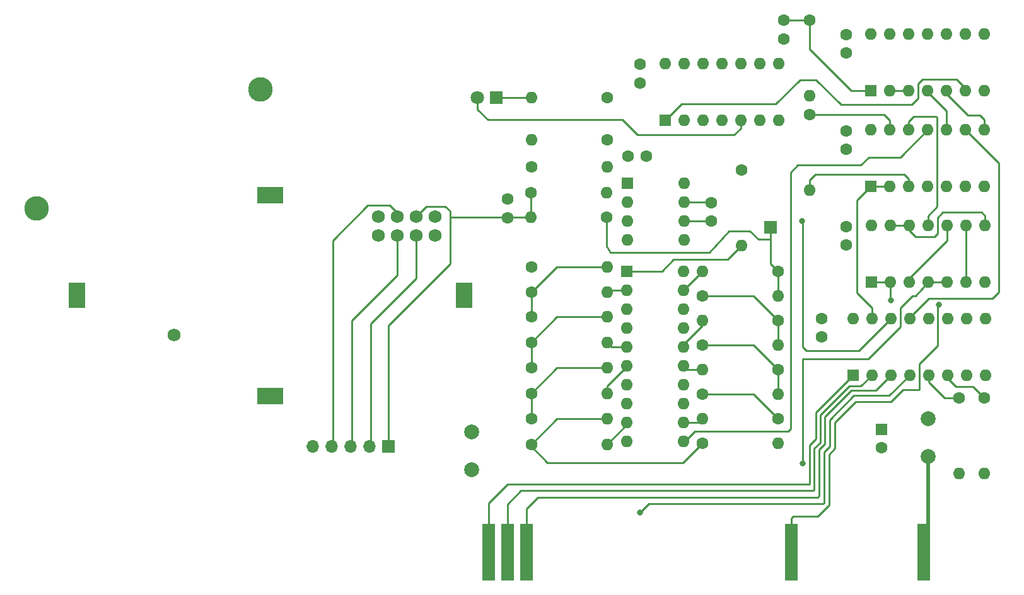
<source format=gtl>
G04 #@! TF.GenerationSoftware,KiCad,Pcbnew,5.0.2-bee76a0~70~ubuntu18.04.1*
G04 #@! TF.CreationDate,2019-01-09T00:27:28-05:00*
G04 #@! TF.ProjectId,hvboard,6876626f-6172-4642-9e6b-696361645f70,1*
G04 #@! TF.SameCoordinates,Original*
G04 #@! TF.FileFunction,Copper,L1,Top*
G04 #@! TF.FilePolarity,Positive*
%FSLAX46Y46*%
G04 Gerber Fmt 4.6, Leading zero omitted, Abs format (unit mm)*
G04 Created by KiCad (PCBNEW 5.0.2-bee76a0~70~ubuntu18.04.1) date Wed 09 Jan 2019 12:27:28 AM EST*
%MOMM*%
%LPD*%
G01*
G04 APERTURE LIST*
G04 #@! TA.AperFunction,ComponentPad*
%ADD10R,1.800000X1.800000*%
G04 #@! TD*
G04 #@! TA.AperFunction,ComponentPad*
%ADD11C,1.800000*%
G04 #@! TD*
G04 #@! TA.AperFunction,ComponentPad*
%ADD12C,2.000000*%
G04 #@! TD*
G04 #@! TA.AperFunction,ComponentPad*
%ADD13C,1.727200*%
G04 #@! TD*
G04 #@! TA.AperFunction,ComponentPad*
%ADD14C,1.727000*%
G04 #@! TD*
G04 #@! TA.AperFunction,ComponentPad*
%ADD15C,2.200000*%
G04 #@! TD*
G04 #@! TA.AperFunction,Conductor*
%ADD16C,0.100000*%
G04 #@! TD*
G04 #@! TA.AperFunction,ComponentPad*
%ADD17R,2.200000X3.500000*%
G04 #@! TD*
G04 #@! TA.AperFunction,ComponentPad*
%ADD18R,1.600000X1.600000*%
G04 #@! TD*
G04 #@! TA.AperFunction,ComponentPad*
%ADD19O,1.600000X1.600000*%
G04 #@! TD*
G04 #@! TA.AperFunction,ConnectorPad*
%ADD20R,1.778000X7.620000*%
G04 #@! TD*
G04 #@! TA.AperFunction,ComponentPad*
%ADD21R,1.700000X1.700000*%
G04 #@! TD*
G04 #@! TA.AperFunction,ComponentPad*
%ADD22C,3.302000*%
G04 #@! TD*
G04 #@! TA.AperFunction,ComponentPad*
%ADD23O,1.700000X1.700000*%
G04 #@! TD*
G04 #@! TA.AperFunction,ComponentPad*
%ADD24C,1.600000*%
G04 #@! TD*
G04 #@! TA.AperFunction,ViaPad*
%ADD25C,0.800000*%
G04 #@! TD*
G04 #@! TA.AperFunction,Conductor*
%ADD26C,0.250000*%
G04 #@! TD*
G04 #@! TA.AperFunction,Conductor*
%ADD27C,0.508000*%
G04 #@! TD*
G04 APERTURE END LIST*
D10*
G04 #@! TO.P,D101,1*
G04 #@! TO.N,Net-(D101-Pad1)*
X140360400Y-74676000D03*
D11*
G04 #@! TO.P,D101,2*
G04 #@! TO.N,Net-(D101-Pad2)*
X137820400Y-74676000D03*
G04 #@! TD*
D12*
G04 #@! TO.P,F101,1*
G04 #@! TO.N,+5V*
X198310500Y-117856000D03*
G04 #@! TO.P,F101,2*
G04 #@! TO.N,Net-(BUS101-Pad25)*
X198300500Y-122936000D03*
G04 #@! TD*
D13*
G04 #@! TO.P,U107,2*
G04 #@! TO.N,N/C*
X132080000Y-90678000D03*
D14*
G04 #@! TO.P,U107,4*
G04 #@! TO.N,Net-(C108-Pad2)*
X129540000Y-90678000D03*
G04 #@! TO.P,U107,6*
G04 #@! TO.N,Net-(J103-Pad4)*
X127000000Y-90678000D03*
D13*
G04 #@! TO.P,U107,8*
G04 #@! TO.N,GND*
X124460000Y-90678000D03*
D14*
G04 #@! TO.P,U107,1*
G04 #@! TO.N,Net-(D101-Pad2)*
X132080000Y-93218000D03*
G04 #@! TO.P,U107,3*
G04 #@! TO.N,Net-(J103-Pad2)*
X129540000Y-93218000D03*
G04 #@! TO.P,U107,5*
G04 #@! TO.N,Net-(J103-Pad3)*
X127000000Y-93218000D03*
G04 #@! TO.P,U107,7*
G04 #@! TO.N,+12V*
X124460000Y-93218000D03*
G04 #@! TO.P,U107,9*
G04 #@! TO.N,Net-(J102-Pad1)*
X97090000Y-106618000D03*
D15*
G04 #@! TO.P,U107,S4*
G04 #@! TO.N,GND*
X109980000Y-87778000D03*
D16*
G04 #@! TD*
G04 #@! TO.N,GND*
G04 #@! TO.C,U107*
G36*
X111730000Y-86678000D02*
X111730000Y-88878000D01*
X108230000Y-88878000D01*
X108230000Y-86678000D01*
X111730000Y-86678000D01*
X111730000Y-86678000D01*
G37*
D15*
G04 #@! TO.P,U107,S3*
G04 #@! TO.N,GND*
X109980000Y-114778000D03*
D16*
G04 #@! TD*
G04 #@! TO.N,GND*
G04 #@! TO.C,U107*
G36*
X111730000Y-113678000D02*
X111730000Y-115878000D01*
X108230000Y-115878000D01*
X108230000Y-113678000D01*
X111730000Y-113678000D01*
X111730000Y-113678000D01*
G37*
D17*
G04 #@! TO.P,U107,S2*
G04 #@! TO.N,GND*
X135980000Y-101278000D03*
G04 #@! TO.P,U107,S1*
X83980000Y-101278000D03*
G04 #@! TD*
D12*
G04 #@! TO.P,F103,1*
G04 #@! TO.N,+12V*
X137033000Y-119634000D03*
G04 #@! TO.P,F103,2*
G04 #@! TO.N,Net-(BUS101-Pad50)*
X137023000Y-124714000D03*
G04 #@! TD*
D18*
G04 #@! TO.P,U106,1*
G04 #@! TO.N,Net-(R125-Pad2)*
X157861000Y-98044000D03*
D19*
G04 #@! TO.P,U106,11*
G04 #@! TO.N,Net-(U105-Pad11)*
X165481000Y-120904000D03*
G04 #@! TO.P,U106,2*
G04 #@! TO.N,Net-(R101-Pad2)*
X157861000Y-100584000D03*
G04 #@! TO.P,U106,12*
G04 #@! TO.N,Net-(R110-Pad2)*
X165481000Y-118364000D03*
G04 #@! TO.P,U106,3*
G04 #@! TO.N,/D0*
X157861000Y-103124000D03*
G04 #@! TO.P,U106,13*
G04 #@! TO.N,/D4*
X165481000Y-115824000D03*
G04 #@! TO.P,U106,4*
G04 #@! TO.N,/D1*
X157861000Y-105664000D03*
G04 #@! TO.P,U106,14*
G04 #@! TO.N,/D5*
X165481000Y-113284000D03*
G04 #@! TO.P,U106,5*
G04 #@! TO.N,Net-(R104-Pad2)*
X157861000Y-108204000D03*
G04 #@! TO.P,U106,15*
G04 #@! TO.N,Net-(R112-Pad2)*
X165481000Y-110744000D03*
G04 #@! TO.P,U106,6*
G04 #@! TO.N,Net-(R106-Pad2)*
X157861000Y-110744000D03*
G04 #@! TO.P,U106,16*
G04 #@! TO.N,Net-(R114-Pad2)*
X165481000Y-108204000D03*
G04 #@! TO.P,U106,7*
G04 #@! TO.N,/D2*
X157861000Y-113284000D03*
G04 #@! TO.P,U106,17*
G04 #@! TO.N,/D6*
X165481000Y-105664000D03*
G04 #@! TO.P,U106,8*
G04 #@! TO.N,/D3*
X157861000Y-115824000D03*
G04 #@! TO.P,U106,18*
G04 #@! TO.N,/D7*
X165481000Y-103124000D03*
G04 #@! TO.P,U106,9*
G04 #@! TO.N,Net-(R108-Pad2)*
X157861000Y-118364000D03*
G04 #@! TO.P,U106,19*
G04 #@! TO.N,Net-(R117-Pad2)*
X165481000Y-100584000D03*
G04 #@! TO.P,U106,10*
G04 #@! TO.N,GND*
X157861000Y-120904000D03*
G04 #@! TO.P,U106,20*
G04 #@! TO.N,Net-(C104-Pad2)*
X165481000Y-98044000D03*
G04 #@! TD*
D18*
G04 #@! TO.P,U108,1*
G04 #@! TO.N,Net-(BUS101-Pad2)*
X188214000Y-112014000D03*
D19*
G04 #@! TO.P,U108,9*
G04 #@! TO.N,N/C*
X205994000Y-104394000D03*
G04 #@! TO.P,U108,2*
G04 #@! TO.N,Net-(BUS101-Pad3)*
X190754000Y-112014000D03*
G04 #@! TO.P,U108,10*
G04 #@! TO.N,N/C*
X203454000Y-104394000D03*
G04 #@! TO.P,U108,3*
G04 #@! TO.N,Net-(BUS101-Pad4)*
X193294000Y-112014000D03*
G04 #@! TO.P,U108,11*
G04 #@! TO.N,N/C*
X200914000Y-104394000D03*
G04 #@! TO.P,U108,4*
G04 #@! TO.N,Net-(BUS101-Pad41)*
X195834000Y-112014000D03*
G04 #@! TO.P,U108,12*
G04 #@! TO.N,N/C*
X198374000Y-104394000D03*
G04 #@! TO.P,U108,5*
G04 #@! TO.N,Net-(R121-Pad1)*
X198374000Y-112014000D03*
G04 #@! TO.P,U108,13*
G04 #@! TO.N,Net-(U105-Pad9)*
X195834000Y-104394000D03*
G04 #@! TO.P,U108,6*
G04 #@! TO.N,Net-(R120-Pad1)*
X200914000Y-112014000D03*
G04 #@! TO.P,U108,14*
G04 #@! TO.N,Net-(U103-Pad4)*
X193294000Y-104394000D03*
G04 #@! TO.P,U108,7*
G04 #@! TO.N,N/C*
X203454000Y-112014000D03*
G04 #@! TO.P,U108,15*
G04 #@! TO.N,Net-(U105-Pad1)*
X190754000Y-104394000D03*
G04 #@! TO.P,U108,8*
G04 #@! TO.N,GND*
X205994000Y-112014000D03*
G04 #@! TO.P,U108,16*
G04 #@! TO.N,+5V*
X188214000Y-104394000D03*
G04 #@! TD*
D20*
G04 #@! TO.P,BUS101,2*
G04 #@! TO.N,Net-(BUS101-Pad2)*
X139268200Y-135839200D03*
G04 #@! TO.P,BUS101,3*
G04 #@! TO.N,Net-(BUS101-Pad3)*
X141808200Y-135839200D03*
G04 #@! TO.P,BUS101,4*
G04 #@! TO.N,Net-(BUS101-Pad4)*
X144348200Y-135839200D03*
G04 #@! TO.P,BUS101,18*
G04 #@! TO.N,Net-(BUS101-Pad18)*
X179908200Y-135839200D03*
G04 #@! TO.P,BUS101,25*
G04 #@! TO.N,Net-(BUS101-Pad25)*
X197688200Y-135839200D03*
G04 #@! TD*
D21*
G04 #@! TO.P,J101,1*
G04 #@! TO.N,Net-(J101-Pad1)*
X177190400Y-92151200D03*
G04 #@! TD*
D22*
G04 #@! TO.P,J102,1*
G04 #@! TO.N,Net-(J102-Pad1)*
X108613000Y-73533000D03*
G04 #@! TO.P,J102,2*
G04 #@! TO.N,GND*
X78613000Y-89533000D03*
G04 #@! TD*
D21*
G04 #@! TO.P,J103,1*
G04 #@! TO.N,Net-(C108-Pad2)*
X125857000Y-121539000D03*
D23*
G04 #@! TO.P,J103,2*
G04 #@! TO.N,Net-(J103-Pad2)*
X123317000Y-121539000D03*
G04 #@! TO.P,J103,3*
G04 #@! TO.N,Net-(J103-Pad3)*
X120777000Y-121539000D03*
G04 #@! TO.P,J103,4*
G04 #@! TO.N,Net-(J103-Pad4)*
X118237000Y-121539000D03*
G04 #@! TO.P,J103,5*
G04 #@! TO.N,GND*
X115697000Y-121539000D03*
G04 #@! TD*
D18*
G04 #@! TO.P,C102,1*
G04 #@! TO.N,+5V*
X192024000Y-119253000D03*
D24*
G04 #@! TO.P,C102,2*
G04 #@! TO.N,GND*
X192024000Y-121753000D03*
G04 #@! TD*
G04 #@! TO.P,C101,2*
G04 #@! TO.N,Net-(C101-Pad2)*
X169164000Y-88787600D03*
G04 #@! TO.P,C101,1*
G04 #@! TO.N,Net-(C101-Pad1)*
X169164000Y-91287600D03*
G04 #@! TD*
G04 #@! TO.P,C103,1*
G04 #@! TO.N,GND*
X187299600Y-68681600D03*
G04 #@! TO.P,C103,2*
G04 #@! TO.N,+5V*
X187299600Y-66181600D03*
G04 #@! TD*
G04 #@! TO.P,C104,1*
G04 #@! TO.N,GND*
X160477200Y-82550000D03*
G04 #@! TO.P,C104,2*
G04 #@! TO.N,Net-(C104-Pad2)*
X157977200Y-82550000D03*
G04 #@! TD*
G04 #@! TO.P,C105,2*
G04 #@! TO.N,+5V*
X159664400Y-70194800D03*
G04 #@! TO.P,C105,1*
G04 #@! TO.N,GND*
X159664400Y-72694800D03*
G04 #@! TD*
G04 #@! TO.P,C106,1*
G04 #@! TO.N,GND*
X187350400Y-94488000D03*
G04 #@! TO.P,C106,2*
G04 #@! TO.N,+5V*
X187350400Y-91988000D03*
G04 #@! TD*
G04 #@! TO.P,C107,1*
G04 #@! TO.N,GND*
X187299600Y-81635600D03*
G04 #@! TO.P,C107,2*
G04 #@! TO.N,+5V*
X187299600Y-79135600D03*
G04 #@! TD*
G04 #@! TO.P,C108,2*
G04 #@! TO.N,Net-(C108-Pad2)*
X141833600Y-90841200D03*
G04 #@! TO.P,C108,1*
G04 #@! TO.N,GND*
X141833600Y-88341200D03*
G04 #@! TD*
G04 #@! TO.P,C109,1*
G04 #@! TO.N,GND*
X184023000Y-106870500D03*
G04 #@! TO.P,C109,2*
G04 #@! TO.N,+5V*
X184023000Y-104370500D03*
G04 #@! TD*
G04 #@! TO.P,C110,2*
G04 #@! TO.N,GND*
X178943000Y-66762000D03*
G04 #@! TO.P,C110,1*
G04 #@! TO.N,Net-(C110-Pad1)*
X178943000Y-64262000D03*
G04 #@! TD*
D19*
G04 #@! TO.P,R101,2*
G04 #@! TO.N,Net-(R101-Pad2)*
X155194000Y-100838000D03*
D24*
G04 #@! TO.P,R101,1*
G04 #@! TO.N,Net-(R101-Pad1)*
X145034000Y-100838000D03*
G04 #@! TD*
G04 #@! TO.P,R102,1*
G04 #@! TO.N,GND*
X145034000Y-97409000D03*
D19*
G04 #@! TO.P,R102,2*
G04 #@! TO.N,Net-(R101-Pad1)*
X155194000Y-97409000D03*
G04 #@! TD*
G04 #@! TO.P,R103,2*
G04 #@! TO.N,Net-(R103-Pad2)*
X155194000Y-104140000D03*
D24*
G04 #@! TO.P,R103,1*
G04 #@! TO.N,Net-(R101-Pad1)*
X145034000Y-104140000D03*
G04 #@! TD*
D19*
G04 #@! TO.P,R104,2*
G04 #@! TO.N,Net-(R104-Pad2)*
X155194000Y-107569000D03*
D24*
G04 #@! TO.P,R104,1*
G04 #@! TO.N,Net-(R103-Pad2)*
X145034000Y-107569000D03*
G04 #@! TD*
G04 #@! TO.P,R105,1*
G04 #@! TO.N,Net-(R103-Pad2)*
X145034000Y-110998000D03*
D19*
G04 #@! TO.P,R105,2*
G04 #@! TO.N,Net-(R105-Pad2)*
X155194000Y-110998000D03*
G04 #@! TD*
D24*
G04 #@! TO.P,R106,1*
G04 #@! TO.N,Net-(R105-Pad2)*
X145034000Y-114427000D03*
D19*
G04 #@! TO.P,R106,2*
G04 #@! TO.N,Net-(R106-Pad2)*
X155194000Y-114427000D03*
G04 #@! TD*
D24*
G04 #@! TO.P,R107,1*
G04 #@! TO.N,Net-(R105-Pad2)*
X145034000Y-117856000D03*
D19*
G04 #@! TO.P,R107,2*
G04 #@! TO.N,Net-(R107-Pad2)*
X155194000Y-117856000D03*
G04 #@! TD*
G04 #@! TO.P,R108,2*
G04 #@! TO.N,Net-(R108-Pad2)*
X155194000Y-121285000D03*
D24*
G04 #@! TO.P,R108,1*
G04 #@! TO.N,Net-(R107-Pad2)*
X145034000Y-121285000D03*
G04 #@! TD*
G04 #@! TO.P,R109,1*
G04 #@! TO.N,Net-(R107-Pad2)*
X168021000Y-121158000D03*
D19*
G04 #@! TO.P,R109,2*
G04 #@! TO.N,Net-(R109-Pad2)*
X178181000Y-121158000D03*
G04 #@! TD*
D24*
G04 #@! TO.P,R110,1*
G04 #@! TO.N,Net-(R109-Pad2)*
X178181000Y-117856000D03*
D19*
G04 #@! TO.P,R110,2*
G04 #@! TO.N,Net-(R110-Pad2)*
X168021000Y-117856000D03*
G04 #@! TD*
G04 #@! TO.P,R111,2*
G04 #@! TO.N,Net-(R111-Pad2)*
X178181000Y-114554000D03*
D24*
G04 #@! TO.P,R111,1*
G04 #@! TO.N,Net-(R109-Pad2)*
X168021000Y-114554000D03*
G04 #@! TD*
D19*
G04 #@! TO.P,R112,2*
G04 #@! TO.N,Net-(R112-Pad2)*
X168021000Y-111252000D03*
D24*
G04 #@! TO.P,R112,1*
G04 #@! TO.N,Net-(R111-Pad2)*
X178181000Y-111252000D03*
G04 #@! TD*
G04 #@! TO.P,R113,1*
G04 #@! TO.N,Net-(R111-Pad2)*
X168021000Y-107950000D03*
D19*
G04 #@! TO.P,R113,2*
G04 #@! TO.N,Net-(R113-Pad2)*
X178181000Y-107950000D03*
G04 #@! TD*
D24*
G04 #@! TO.P,R114,1*
G04 #@! TO.N,Net-(R113-Pad2)*
X178181000Y-104648000D03*
D19*
G04 #@! TO.P,R114,2*
G04 #@! TO.N,Net-(R114-Pad2)*
X168021000Y-104648000D03*
G04 #@! TD*
G04 #@! TO.P,R115,2*
G04 #@! TO.N,Net-(J101-Pad1)*
X178181000Y-101346000D03*
D24*
G04 #@! TO.P,R115,1*
G04 #@! TO.N,Net-(R113-Pad2)*
X168021000Y-101346000D03*
G04 #@! TD*
G04 #@! TO.P,R116,1*
G04 #@! TO.N,+5V*
X155244800Y-80365600D03*
D19*
G04 #@! TO.P,R116,2*
G04 #@! TO.N,Net-(J103-Pad3)*
X145084800Y-80365600D03*
G04 #@! TD*
G04 #@! TO.P,R117,2*
G04 #@! TO.N,Net-(R117-Pad2)*
X168021000Y-98044000D03*
D24*
G04 #@! TO.P,R117,1*
G04 #@! TO.N,Net-(J101-Pad1)*
X178181000Y-98044000D03*
G04 #@! TD*
D19*
G04 #@! TO.P,R118,2*
G04 #@! TO.N,GND*
X155194000Y-83972400D03*
D24*
G04 #@! TO.P,R118,1*
G04 #@! TO.N,Net-(J103-Pad3)*
X145034000Y-83972400D03*
G04 #@! TD*
D19*
G04 #@! TO.P,R119,2*
G04 #@! TO.N,Net-(D101-Pad1)*
X145034000Y-74676000D03*
D24*
G04 #@! TO.P,R119,1*
G04 #@! TO.N,GND*
X155194000Y-74676000D03*
G04 #@! TD*
D19*
G04 #@! TO.P,R120,2*
G04 #@! TO.N,+5V*
X205867000Y-125222000D03*
D24*
G04 #@! TO.P,R120,1*
G04 #@! TO.N,Net-(R120-Pad1)*
X205867000Y-115062000D03*
G04 #@! TD*
G04 #@! TO.P,R121,1*
G04 #@! TO.N,Net-(R121-Pad1)*
X202438000Y-115062000D03*
D19*
G04 #@! TO.P,R121,2*
G04 #@! TO.N,GND*
X202438000Y-125222000D03*
G04 #@! TD*
G04 #@! TO.P,R122,2*
G04 #@! TO.N,Net-(C108-Pad2)*
X144983200Y-90779600D03*
D24*
G04 #@! TO.P,R122,1*
G04 #@! TO.N,Net-(J101-Pad1)*
X155143200Y-90779600D03*
G04 #@! TD*
G04 #@! TO.P,R123,1*
G04 #@! TO.N,Net-(C110-Pad1)*
X182372000Y-64262000D03*
D19*
G04 #@! TO.P,R123,2*
G04 #@! TO.N,+5V*
X182372000Y-74422000D03*
G04 #@! TD*
D24*
G04 #@! TO.P,R124,1*
G04 #@! TO.N,Net-(C108-Pad2)*
X144983200Y-87426800D03*
D19*
G04 #@! TO.P,R124,2*
G04 #@! TO.N,GND*
X155143200Y-87426800D03*
G04 #@! TD*
D24*
G04 #@! TO.P,R125,1*
G04 #@! TO.N,GND*
X173278800Y-84429600D03*
D19*
G04 #@! TO.P,R125,2*
G04 #@! TO.N,Net-(R125-Pad2)*
X173278800Y-94589600D03*
G04 #@! TD*
G04 #@! TO.P,R128,2*
G04 #@! TO.N,Net-(R128-Pad2)*
X182435500Y-87122000D03*
D24*
G04 #@! TO.P,R128,1*
G04 #@! TO.N,Net-(R128-Pad1)*
X182435500Y-76962000D03*
G04 #@! TD*
D18*
G04 #@! TO.P,U101,1*
G04 #@! TO.N,Net-(C104-Pad2)*
X157924500Y-86169500D03*
D19*
G04 #@! TO.P,U101,5*
G04 #@! TO.N,N/C*
X165544500Y-93789500D03*
G04 #@! TO.P,U101,2*
G04 #@! TO.N,Net-(C104-Pad2)*
X157924500Y-88709500D03*
G04 #@! TO.P,U101,6*
G04 #@! TO.N,Net-(C101-Pad1)*
X165544500Y-91249500D03*
G04 #@! TO.P,U101,3*
G04 #@! TO.N,N/C*
X157924500Y-91249500D03*
G04 #@! TO.P,U101,7*
G04 #@! TO.N,Net-(C101-Pad2)*
X165544500Y-88709500D03*
G04 #@! TO.P,U101,4*
G04 #@! TO.N,GND*
X157924500Y-93789500D03*
G04 #@! TO.P,U101,8*
G04 #@! TO.N,+12V*
X165544500Y-86169500D03*
G04 #@! TD*
D18*
G04 #@! TO.P,U102,1*
G04 #@! TO.N,Net-(C110-Pad1)*
X190627000Y-73723500D03*
D19*
G04 #@! TO.P,U102,8*
G04 #@! TO.N,N/C*
X205867000Y-66103500D03*
G04 #@! TO.P,U102,2*
G04 #@! TO.N,Net-(U102-Pad2)*
X193167000Y-73723500D03*
G04 #@! TO.P,U102,9*
G04 #@! TO.N,N/C*
X203327000Y-66103500D03*
G04 #@! TO.P,U102,3*
G04 #@! TO.N,Net-(U102-Pad2)*
X195707000Y-73723500D03*
G04 #@! TO.P,U102,10*
G04 #@! TO.N,N/C*
X200787000Y-66103500D03*
G04 #@! TO.P,U102,4*
G04 #@! TO.N,Net-(U102-Pad4)*
X198247000Y-73723500D03*
G04 #@! TO.P,U102,11*
G04 #@! TO.N,N/C*
X198247000Y-66103500D03*
G04 #@! TO.P,U102,5*
G04 #@! TO.N,Net-(U102-Pad5)*
X200787000Y-73723500D03*
G04 #@! TO.P,U102,12*
G04 #@! TO.N,N/C*
X195707000Y-66103500D03*
G04 #@! TO.P,U102,6*
G04 #@! TO.N,Net-(U102-Pad6)*
X203327000Y-73723500D03*
G04 #@! TO.P,U102,13*
G04 #@! TO.N,N/C*
X193167000Y-66103500D03*
G04 #@! TO.P,U102,7*
G04 #@! TO.N,GND*
X205867000Y-73723500D03*
G04 #@! TO.P,U102,14*
G04 #@! TO.N,+5V*
X190627000Y-66103500D03*
G04 #@! TD*
G04 #@! TO.P,U103,14*
G04 #@! TO.N,+5V*
X163004500Y-70104000D03*
G04 #@! TO.P,U103,7*
G04 #@! TO.N,GND*
X178244500Y-77724000D03*
G04 #@! TO.P,U103,13*
G04 #@! TO.N,N/C*
X165544500Y-70104000D03*
G04 #@! TO.P,U103,6*
X175704500Y-77724000D03*
G04 #@! TO.P,U103,12*
X168084500Y-70104000D03*
G04 #@! TO.P,U103,5*
G04 #@! TO.N,Net-(D101-Pad2)*
X173164500Y-77724000D03*
G04 #@! TO.P,U103,11*
G04 #@! TO.N,N/C*
X170624500Y-70104000D03*
G04 #@! TO.P,U103,4*
G04 #@! TO.N,Net-(U103-Pad4)*
X170624500Y-77724000D03*
G04 #@! TO.P,U103,10*
G04 #@! TO.N,N/C*
X173164500Y-70104000D03*
G04 #@! TO.P,U103,3*
G04 #@! TO.N,GND*
X168084500Y-77724000D03*
G04 #@! TO.P,U103,9*
G04 #@! TO.N,N/C*
X175704500Y-70104000D03*
G04 #@! TO.P,U103,2*
G04 #@! TO.N,GND*
X165544500Y-77724000D03*
G04 #@! TO.P,U103,8*
G04 #@! TO.N,N/C*
X178244500Y-70104000D03*
D18*
G04 #@! TO.P,U103,1*
G04 #@! TO.N,Net-(U102-Pad6)*
X163004500Y-77724000D03*
G04 #@! TD*
G04 #@! TO.P,U104,1*
G04 #@! TO.N,Net-(BUS101-Pad18)*
X190690500Y-99504500D03*
D19*
G04 #@! TO.P,U104,8*
G04 #@! TO.N,Net-(U104-Pad12)*
X205930500Y-91884500D03*
G04 #@! TO.P,U104,2*
G04 #@! TO.N,Net-(BUS101-Pad18)*
X193230500Y-99504500D03*
G04 #@! TO.P,U104,9*
G04 #@! TO.N,Net-(U104-Pad6)*
X203390500Y-91884500D03*
G04 #@! TO.P,U104,3*
G04 #@! TO.N,Net-(U104-Pad10)*
X195770500Y-99504500D03*
G04 #@! TO.P,U104,10*
X200850500Y-91884500D03*
G04 #@! TO.P,U104,4*
G04 #@! TO.N,Net-(BUS101-Pad38)*
X198310500Y-99504500D03*
G04 #@! TO.P,U104,11*
G04 #@! TO.N,Net-(U104-Pad11)*
X198310500Y-91884500D03*
G04 #@! TO.P,U104,5*
G04 #@! TO.N,Net-(BUS101-Pad38)*
X200850500Y-99504500D03*
G04 #@! TO.P,U104,12*
G04 #@! TO.N,Net-(U104-Pad12)*
X195770500Y-91884500D03*
G04 #@! TO.P,U104,6*
G04 #@! TO.N,Net-(U104-Pad6)*
X203390500Y-99504500D03*
G04 #@! TO.P,U104,13*
G04 #@! TO.N,Net-(U104-Pad12)*
X193230500Y-91884500D03*
G04 #@! TO.P,U104,7*
G04 #@! TO.N,GND*
X205930500Y-99504500D03*
G04 #@! TO.P,U104,14*
G04 #@! TO.N,+5V*
X190690500Y-91884500D03*
G04 #@! TD*
G04 #@! TO.P,U105,14*
G04 #@! TO.N,+5V*
X190627000Y-78994000D03*
G04 #@! TO.P,U105,7*
G04 #@! TO.N,GND*
X205867000Y-86614000D03*
G04 #@! TO.P,U105,13*
G04 #@! TO.N,Net-(R128-Pad1)*
X193167000Y-78994000D03*
G04 #@! TO.P,U105,6*
G04 #@! TO.N,N/C*
X203327000Y-86614000D03*
G04 #@! TO.P,U105,12*
G04 #@! TO.N,Net-(U104-Pad11)*
X195707000Y-78994000D03*
G04 #@! TO.P,U105,5*
G04 #@! TO.N,N/C*
X200787000Y-86614000D03*
G04 #@! TO.P,U105,11*
G04 #@! TO.N,Net-(U105-Pad11)*
X198247000Y-78994000D03*
G04 #@! TO.P,U105,4*
G04 #@! TO.N,N/C*
X198247000Y-86614000D03*
G04 #@! TO.P,U105,10*
G04 #@! TO.N,Net-(U102-Pad4)*
X200787000Y-78994000D03*
G04 #@! TO.P,U105,3*
G04 #@! TO.N,Net-(R128-Pad2)*
X195707000Y-86614000D03*
G04 #@! TO.P,U105,9*
G04 #@! TO.N,Net-(U105-Pad9)*
X203327000Y-78994000D03*
G04 #@! TO.P,U105,2*
G04 #@! TO.N,Net-(U105-Pad1)*
X193167000Y-86614000D03*
G04 #@! TO.P,U105,8*
G04 #@! TO.N,Net-(U102-Pad5)*
X205867000Y-78994000D03*
D18*
G04 #@! TO.P,U105,1*
G04 #@! TO.N,Net-(U105-Pad1)*
X190627000Y-86614000D03*
G04 #@! TD*
D25*
G04 #@! TO.N,Net-(BUS101-Pad18)*
X193294000Y-101955600D03*
X199745600Y-102514400D03*
G04 #@! TO.N,Net-(BUS101-Pad41)*
X159639000Y-130429000D03*
G04 #@! TO.N,Net-(BUS101-Pad38)*
X181483000Y-123825000D03*
G04 #@! TO.N,Net-(U103-Pad4)*
X181406800Y-91236800D03*
G04 #@! TD*
D26*
G04 #@! TO.N,Net-(BUS101-Pad2)*
X182372000Y-126619000D02*
X182372000Y-121412000D01*
X182372000Y-126619000D02*
X141859000Y-126619000D01*
X141859000Y-126619000D02*
X139268200Y-129209800D01*
X139268200Y-135839200D02*
X139268200Y-129209800D01*
X183261000Y-116967000D02*
X188214000Y-112014000D01*
X183261000Y-120523000D02*
X183261000Y-116967000D01*
X182372000Y-121412000D02*
X183261000Y-120523000D01*
G04 #@! TO.N,Net-(BUS101-Pad3)*
X182753000Y-127508000D02*
X182943500Y-127508000D01*
X182753000Y-127508000D02*
X143637000Y-127508000D01*
X143637000Y-127508000D02*
X141808200Y-129336800D01*
X141808200Y-135839200D02*
X141808200Y-129336800D01*
X189293500Y-113474500D02*
X190754000Y-112014000D01*
X187706000Y-113474500D02*
X189293500Y-113474500D01*
X183832500Y-117348000D02*
X187706000Y-113474500D01*
X183832500Y-121031000D02*
X183832500Y-117348000D01*
X183007000Y-121856500D02*
X183832500Y-121031000D01*
X183007000Y-127444500D02*
X183007000Y-121856500D01*
X182943500Y-127508000D02*
X183007000Y-127444500D01*
G04 #@! TO.N,Net-(BUS101-Pad4)*
X183134000Y-128397000D02*
X183515000Y-128397000D01*
X183134000Y-128397000D02*
X145923000Y-128397000D01*
X145923000Y-128397000D02*
X144348200Y-129971800D01*
X144348200Y-135839200D02*
X144348200Y-129971800D01*
X191262000Y-114046000D02*
X193294000Y-112014000D01*
X188023500Y-114046000D02*
X191262000Y-114046000D01*
X184467500Y-117602000D02*
X188023500Y-114046000D01*
X184467500Y-121221500D02*
X184467500Y-117602000D01*
X183705500Y-121983500D02*
X184467500Y-121221500D01*
X183705500Y-128206500D02*
X183705500Y-121983500D01*
X183515000Y-128397000D02*
X183705500Y-128206500D01*
G04 #@! TO.N,Net-(BUS101-Pad18)*
X197154800Y-113944400D02*
X194919600Y-113944400D01*
X193230500Y-101892100D02*
X193294000Y-101955600D01*
X199745600Y-102514400D02*
X199593200Y-102666800D01*
X199593200Y-102666800D02*
X199593200Y-108051600D01*
X199593200Y-108051600D02*
X197154800Y-110490000D01*
X197154800Y-110490000D02*
X197154800Y-113944400D01*
X193230500Y-99504500D02*
X193230500Y-101892100D01*
X179908200Y-131241800D02*
X179908200Y-135839200D01*
X180187600Y-130962400D02*
X179908200Y-131241800D01*
X183540400Y-130962400D02*
X180187600Y-130962400D01*
X185013600Y-129489200D02*
X183540400Y-130962400D01*
X185013600Y-122682000D02*
X185013600Y-129489200D01*
X185826400Y-121869200D02*
X185013600Y-122682000D01*
X185826400Y-118364000D02*
X185826400Y-121869200D01*
X188620400Y-115570000D02*
X185826400Y-118364000D01*
X193294000Y-115570000D02*
X188620400Y-115570000D01*
X194919600Y-113944400D02*
X193294000Y-115570000D01*
X190690500Y-99504500D02*
X193230500Y-99504500D01*
D27*
G04 #@! TO.N,Net-(BUS101-Pad25)*
X198300500Y-122936000D02*
X198300500Y-135226900D01*
X198300500Y-135226900D02*
X197688200Y-135839200D01*
X197602000Y-135753000D02*
X197688200Y-135839200D01*
D26*
G04 #@! TO.N,/D0*
X157861000Y-103124000D02*
X157861000Y-103378000D01*
G04 #@! TO.N,/D1*
X157861000Y-105664000D02*
X157861000Y-105537000D01*
G04 #@! TO.N,Net-(BUS101-Pad41)*
X183515000Y-129286000D02*
X184213500Y-129286000D01*
X175387000Y-129286000D02*
X183515000Y-129286000D01*
X193103500Y-114744500D02*
X195834000Y-112014000D01*
X188341000Y-114744500D02*
X193103500Y-114744500D01*
X185102500Y-117983000D02*
X188341000Y-114744500D01*
X185102500Y-121539000D02*
X185102500Y-117983000D01*
X184340500Y-122301000D02*
X185102500Y-121539000D01*
X184340500Y-129159000D02*
X184340500Y-122301000D01*
X184213500Y-129286000D02*
X184340500Y-129159000D01*
X175387000Y-129286000D02*
X160782000Y-129286000D01*
X160782000Y-129286000D02*
X159639000Y-130429000D01*
X175387000Y-129286000D02*
X175260000Y-129286000D01*
G04 #@! TO.N,Net-(BUS101-Pad38)*
X196655992Y-101342843D02*
X196192757Y-101342843D01*
X190296800Y-109778800D02*
X181483000Y-109778800D01*
X194564000Y-105511600D02*
X190296800Y-109778800D01*
X194564000Y-102971600D02*
X194564000Y-105511600D01*
X196192757Y-101342843D02*
X194564000Y-102971600D01*
X181483000Y-123825000D02*
X181483000Y-109778800D01*
X196655992Y-101342843D02*
X198310500Y-99504500D01*
X198310500Y-99504500D02*
X200850500Y-99504500D01*
X181483000Y-123825000D02*
X181356000Y-123698000D01*
G04 #@! TO.N,Net-(D101-Pad1)*
X140360400Y-74676000D02*
X145034000Y-74676000D01*
G04 #@! TO.N,Net-(D101-Pad2)*
X137820400Y-74676000D02*
X137820400Y-76250800D01*
X137820400Y-76250800D02*
X139242800Y-77673200D01*
X173164500Y-77724000D02*
X173164500Y-78803500D01*
X157226000Y-77673200D02*
X139242800Y-77673200D01*
X159258000Y-79705200D02*
X157226000Y-77673200D01*
X172262800Y-79705200D02*
X159258000Y-79705200D01*
X173164500Y-78803500D02*
X172262800Y-79705200D01*
G04 #@! TO.N,Net-(J101-Pad1)*
X177190400Y-93726000D02*
X175514000Y-93726000D01*
X155143200Y-94691200D02*
X155143200Y-90779600D01*
X155651200Y-95504000D02*
X155143200Y-94691200D01*
X168960800Y-95504000D02*
X155651200Y-95504000D01*
X171551600Y-92608400D02*
X168960800Y-95504000D01*
X174396400Y-92608400D02*
X171551600Y-92608400D01*
X175514000Y-93726000D02*
X174396400Y-92608400D01*
X177190400Y-92151200D02*
X177190400Y-93726000D01*
X177190400Y-93726000D02*
X177190400Y-97053400D01*
X177190400Y-97053400D02*
X178181000Y-98044000D01*
X178181000Y-98044000D02*
X178181000Y-97764600D01*
X178181000Y-101346000D02*
X178181000Y-98044000D01*
G04 #@! TO.N,Net-(R101-Pad1)*
X155194000Y-97409000D02*
X148463000Y-97409000D01*
X148463000Y-97409000D02*
X145034000Y-100838000D01*
X145034000Y-100838000D02*
X145034000Y-104140000D01*
G04 #@! TO.N,Net-(R101-Pad2)*
X157861000Y-100584000D02*
X155448000Y-100584000D01*
X155448000Y-100584000D02*
X155194000Y-100838000D01*
G04 #@! TO.N,Net-(R103-Pad2)*
X148463000Y-104140000D02*
X145034000Y-107569000D01*
X145034000Y-107569000D02*
X145034000Y-110998000D01*
X155194000Y-104140000D02*
X148463000Y-104140000D01*
G04 #@! TO.N,Net-(R104-Pad2)*
X157861000Y-108204000D02*
X155829000Y-108204000D01*
X155829000Y-108204000D02*
X155194000Y-107569000D01*
G04 #@! TO.N,Net-(R105-Pad2)*
X155194000Y-110998000D02*
X148463000Y-110998000D01*
X148463000Y-110998000D02*
X145034000Y-114427000D01*
X145034000Y-114427000D02*
X145034000Y-117856000D01*
G04 #@! TO.N,Net-(R106-Pad2)*
X155194000Y-114427000D02*
X155194000Y-113487200D01*
X155194000Y-113487200D02*
X157861000Y-110820200D01*
X157861000Y-110820200D02*
X157861000Y-110744000D01*
G04 #@! TO.N,Net-(R107-Pad2)*
X145034000Y-121285000D02*
X145034000Y-121615200D01*
X145034000Y-121615200D02*
X147218400Y-123799600D01*
X165379400Y-123799600D02*
X168021000Y-121158000D01*
X147218400Y-123799600D02*
X165379400Y-123799600D01*
X155194000Y-117856000D02*
X148463000Y-117856000D01*
X148463000Y-117856000D02*
X145034000Y-121285000D01*
G04 #@! TO.N,Net-(R108-Pad2)*
X157861000Y-118364000D02*
X157861000Y-118618000D01*
X157861000Y-118618000D02*
X155194000Y-121285000D01*
G04 #@! TO.N,Net-(R109-Pad2)*
X168021000Y-114554000D02*
X174879000Y-114554000D01*
X174879000Y-114554000D02*
X178181000Y-117856000D01*
G04 #@! TO.N,Net-(R110-Pad2)*
X165481000Y-118364000D02*
X167513000Y-118364000D01*
X167513000Y-118364000D02*
X168021000Y-117856000D01*
G04 #@! TO.N,Net-(R111-Pad2)*
X168021000Y-107950000D02*
X174879000Y-107950000D01*
X174879000Y-107950000D02*
X178181000Y-111252000D01*
X178181000Y-111252000D02*
X178181000Y-114554000D01*
G04 #@! TO.N,Net-(R112-Pad2)*
X168021000Y-111252000D02*
X165989000Y-111252000D01*
X165989000Y-111252000D02*
X165481000Y-110744000D01*
G04 #@! TO.N,Net-(R113-Pad2)*
X168021000Y-101346000D02*
X174879000Y-101346000D01*
X174879000Y-101346000D02*
X178181000Y-104648000D01*
X178181000Y-104648000D02*
X178181000Y-107950000D01*
G04 #@! TO.N,Net-(R114-Pad2)*
X165481000Y-108204000D02*
X165481000Y-107886500D01*
X165481000Y-107886500D02*
X168021000Y-105346500D01*
X168021000Y-105346500D02*
X168021000Y-104648000D01*
G04 #@! TO.N,Net-(R117-Pad2)*
X165481000Y-100584000D02*
X168021000Y-98044000D01*
G04 #@! TO.N,Net-(R120-Pad1)*
X200914000Y-112014000D02*
X200914000Y-112395000D01*
X200914000Y-112395000D02*
X202057000Y-113538000D01*
X202057000Y-113538000D02*
X204343000Y-113538000D01*
X204343000Y-113538000D02*
X205867000Y-115062000D01*
G04 #@! TO.N,Net-(R121-Pad1)*
X198374000Y-112014000D02*
X198374000Y-112903000D01*
X200533000Y-115062000D02*
X202438000Y-115062000D01*
X198374000Y-112903000D02*
X200533000Y-115062000D01*
G04 #@! TO.N,Net-(U104-Pad12)*
X195770500Y-91884500D02*
X195770500Y-92519500D01*
X195770500Y-92519500D02*
X196596000Y-93345000D01*
X205930500Y-90551000D02*
X205930500Y-91884500D01*
X205486000Y-90106500D02*
X205930500Y-90551000D01*
X200279000Y-90106500D02*
X205486000Y-90106500D01*
X199580500Y-90805000D02*
X200279000Y-90106500D01*
X199580500Y-92964000D02*
X199580500Y-90805000D01*
X199199500Y-93345000D02*
X199580500Y-92964000D01*
X196596000Y-93345000D02*
X199199500Y-93345000D01*
X193230500Y-91884500D02*
X195770500Y-91884500D01*
G04 #@! TO.N,Net-(U104-Pad10)*
X195770500Y-99504500D02*
X195770500Y-98996500D01*
X195770500Y-98996500D02*
X200850500Y-93916500D01*
X200850500Y-93916500D02*
X200850500Y-91884500D01*
G04 #@! TO.N,Net-(U104-Pad11)*
X198310500Y-91884500D02*
X198310500Y-90551000D01*
X195707000Y-77914500D02*
X195707000Y-78994000D01*
X196405500Y-77216000D02*
X195707000Y-77914500D01*
X199390000Y-77216000D02*
X196405500Y-77216000D01*
X199517000Y-77343000D02*
X199390000Y-77216000D01*
X199517000Y-89344500D02*
X199517000Y-77343000D01*
X198310500Y-90551000D02*
X199517000Y-89344500D01*
G04 #@! TO.N,Net-(U105-Pad1)*
X190627000Y-86614000D02*
X193167000Y-86614000D01*
X190754000Y-104394000D02*
X190754000Y-102920800D01*
X188772800Y-88468200D02*
X190627000Y-86614000D01*
X188772800Y-100939600D02*
X188772800Y-88468200D01*
X190754000Y-102920800D02*
X188772800Y-100939600D01*
G04 #@! TO.N,Net-(U104-Pad6)*
X203390500Y-99504500D02*
X203390500Y-91884500D01*
G04 #@! TO.N,Net-(U105-Pad11)*
X179832000Y-93091000D02*
X179832000Y-84709000D01*
X179514500Y-119507000D02*
X179832000Y-119189500D01*
X179832000Y-119189500D02*
X179832000Y-93091000D01*
X165608000Y-120904000D02*
X167005000Y-119507000D01*
X167005000Y-119507000D02*
X176720500Y-119507000D01*
X176720500Y-119507000D02*
X179514500Y-119507000D01*
X189293500Y-83756500D02*
X190373000Y-82677000D01*
X180784500Y-83756500D02*
X189293500Y-83756500D01*
X179832000Y-84709000D02*
X180784500Y-83756500D01*
X190373000Y-82677000D02*
X194564000Y-82677000D01*
X198247000Y-78994000D02*
X194564000Y-82677000D01*
X165481000Y-120904000D02*
X165608000Y-120904000D01*
G04 #@! TO.N,Net-(C101-Pad1)*
X169125900Y-91249500D02*
X169164000Y-91287600D01*
X165544500Y-91249500D02*
X169125900Y-91249500D01*
G04 #@! TO.N,Net-(C101-Pad2)*
X169085900Y-88709500D02*
X169164000Y-88787600D01*
X165544500Y-88709500D02*
X169085900Y-88709500D01*
G04 #@! TO.N,Net-(R128-Pad1)*
X193167000Y-78994000D02*
X193167000Y-77724000D01*
X192405000Y-76962000D02*
X182435500Y-76962000D01*
X193167000Y-77724000D02*
X192405000Y-76962000D01*
G04 #@! TO.N,Net-(R128-Pad2)*
X195707000Y-85598000D02*
X195707000Y-86614000D01*
X195072000Y-84963000D02*
X195707000Y-85598000D01*
X183197500Y-84963000D02*
X195072000Y-84963000D01*
X182435500Y-87122000D02*
X182435500Y-85725000D01*
X182435500Y-85725000D02*
X183197500Y-84963000D01*
G04 #@! TO.N,Net-(J103-Pad2)*
X129540000Y-93218000D02*
X129540000Y-98933000D01*
X123444000Y-105029000D02*
X123444000Y-121285000D01*
X129540000Y-98933000D02*
X123444000Y-105029000D01*
G04 #@! TO.N,Net-(J103-Pad3)*
X127000000Y-93218000D02*
X127000000Y-98552000D01*
X127000000Y-98552000D02*
X120904000Y-104648000D01*
X120904000Y-104648000D02*
X120904000Y-121285000D01*
G04 #@! TO.N,Net-(J103-Pad4)*
X127000000Y-90678000D02*
X127000000Y-90170000D01*
X127000000Y-90170000D02*
X125984000Y-89154000D01*
X125984000Y-89154000D02*
X123063000Y-89154000D01*
X123063000Y-89154000D02*
X118364000Y-93853000D01*
X118364000Y-93853000D02*
X118364000Y-121285000D01*
G04 #@! TO.N,Net-(C110-Pad1)*
X182372000Y-64262000D02*
X182372000Y-68135500D01*
X187960000Y-73723500D02*
X190627000Y-73723500D01*
X182372000Y-68135500D02*
X187960000Y-73723500D01*
X178943000Y-64262000D02*
X182372000Y-64262000D01*
G04 #@! TO.N,Net-(U102-Pad2)*
X195707000Y-73723500D02*
X193167000Y-73723500D01*
G04 #@! TO.N,Net-(U102-Pad4)*
X198247000Y-73723500D02*
X198247000Y-73939400D01*
X198247000Y-73939400D02*
X200787000Y-76479400D01*
X200787000Y-76479400D02*
X200787000Y-78994000D01*
X198247000Y-73723500D02*
X198247000Y-74041000D01*
G04 #@! TO.N,Net-(U102-Pad5)*
X200787000Y-73723500D02*
X200787000Y-74142600D01*
X200787000Y-74142600D02*
X203657200Y-77012800D01*
X203657200Y-77012800D02*
X205282800Y-77012800D01*
X205282800Y-77012800D02*
X205867000Y-77597000D01*
X205867000Y-77597000D02*
X205867000Y-78994000D01*
G04 #@! TO.N,Net-(U102-Pad6)*
X203327000Y-73723500D02*
X203327000Y-73406000D01*
X203327000Y-73406000D02*
X202120500Y-72199500D01*
X202120500Y-72199500D02*
X197548500Y-72199500D01*
X197548500Y-72199500D02*
X196977000Y-72771000D01*
X196977000Y-72771000D02*
X196977000Y-74739500D01*
X196977000Y-74739500D02*
X196088000Y-75628500D01*
X196088000Y-75628500D02*
X186626500Y-75628500D01*
X186626500Y-75628500D02*
X183261000Y-72263000D01*
X183261000Y-72263000D02*
X181102000Y-72263000D01*
X181102000Y-72263000D02*
X177863500Y-75501500D01*
X177863500Y-75501500D02*
X165227000Y-75501500D01*
X165227000Y-75501500D02*
X163004500Y-77724000D01*
G04 #@! TO.N,Net-(U103-Pad4)*
X181457600Y-103784400D02*
X181457600Y-91287600D01*
X181457600Y-103784400D02*
X181457600Y-108204000D01*
X181457600Y-108204000D02*
X181965600Y-108712000D01*
X181965600Y-108712000D02*
X188976000Y-108712000D01*
X193294000Y-104394000D02*
X188976000Y-108712000D01*
X181457600Y-91287600D02*
X181406800Y-91236800D01*
X193294000Y-104394000D02*
X193294000Y-104203500D01*
G04 #@! TO.N,Net-(U105-Pad9)*
X195834000Y-104394000D02*
X195834000Y-104203500D01*
X195834000Y-104203500D02*
X198374000Y-101663500D01*
X198374000Y-101663500D02*
X206946500Y-101663500D01*
X206946500Y-101663500D02*
X207772000Y-100838000D01*
X207772000Y-100838000D02*
X207772000Y-83439000D01*
X207772000Y-83439000D02*
X203327000Y-78994000D01*
G04 #@! TO.N,Net-(R125-Pad2)*
X157861000Y-98044000D02*
X162560000Y-98044000D01*
X171399200Y-96469200D02*
X173278800Y-94589600D01*
X164134800Y-96469200D02*
X171399200Y-96469200D01*
X162560000Y-98044000D02*
X164134800Y-96469200D01*
G04 #@! TO.N,Net-(C108-Pad2)*
X141579600Y-90728800D02*
X134112000Y-90728800D01*
X134112000Y-97028000D02*
X125857000Y-105283000D01*
X134112000Y-90728800D02*
X134112000Y-97028000D01*
X144983200Y-87426800D02*
X144983200Y-90779600D01*
X141895200Y-90779600D02*
X141833600Y-90841200D01*
X144983200Y-90779600D02*
X141895200Y-90779600D01*
X125857000Y-121539000D02*
X125857000Y-105283000D01*
X133451600Y-89281000D02*
X134112000Y-89941400D01*
X130937000Y-89281000D02*
X133451600Y-89281000D01*
X129540000Y-90678000D02*
X130937000Y-89281000D01*
X134112000Y-89941400D02*
X134112000Y-90728800D01*
G04 #@! TD*
M02*

</source>
